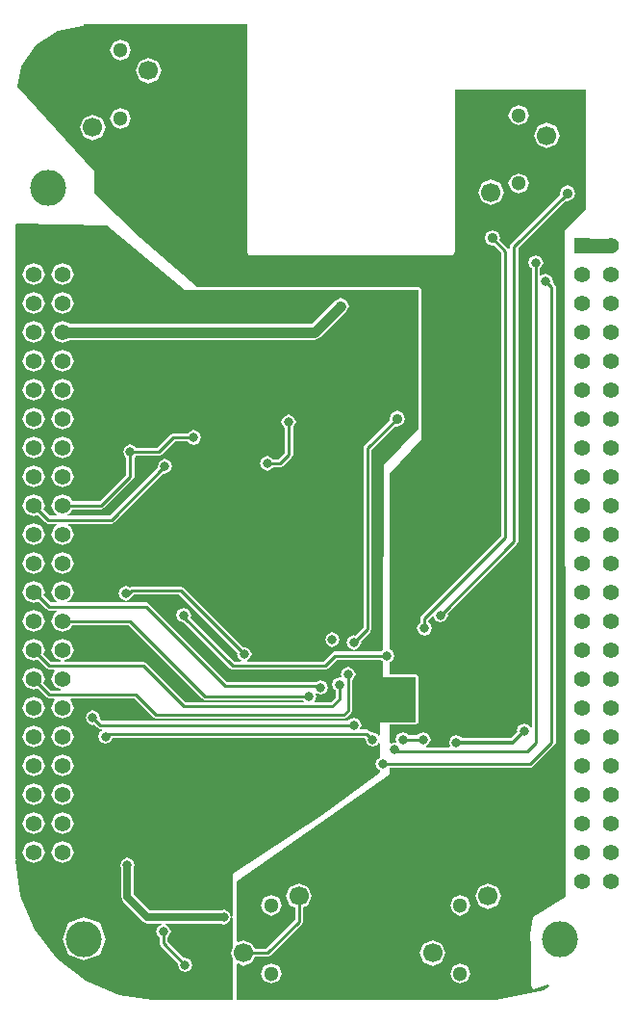
<source format=gbl>
%FSLAX43Y43*%
%MOMM*%
G71*
G01*
G75*
G04 Layer_Physical_Order=2*
G04 Layer_Color=16711680*
%ADD10C,1.000*%
%ADD11R,1.000X0.900*%
%ADD12R,0.900X1.000*%
%ADD13R,1.300X1.400*%
G04:AMPARAMS|DCode=14|XSize=1mm|YSize=1.5mm|CornerRadius=0.25mm|HoleSize=0mm|Usage=FLASHONLY|Rotation=90.000|XOffset=0mm|YOffset=0mm|HoleType=Round|Shape=RoundedRectangle|*
%AMROUNDEDRECTD14*
21,1,1.000,1.000,0,0,90.0*
21,1,0.500,1.500,0,0,90.0*
1,1,0.500,0.500,0.250*
1,1,0.500,0.500,-0.250*
1,1,0.500,-0.500,-0.250*
1,1,0.500,-0.500,0.250*
%
%ADD14ROUNDEDRECTD14*%
%ADD15R,0.800X0.800*%
G04:AMPARAMS|DCode=16|XSize=1.45mm|YSize=1.25mm|CornerRadius=0.313mm|HoleSize=0mm|Usage=FLASHONLY|Rotation=90.000|XOffset=0mm|YOffset=0mm|HoleType=Round|Shape=RoundedRectangle|*
%AMROUNDEDRECTD16*
21,1,1.450,0.625,0,0,90.0*
21,1,0.825,1.250,0,0,90.0*
1,1,0.625,0.313,0.412*
1,1,0.625,0.313,-0.412*
1,1,0.625,-0.313,-0.412*
1,1,0.625,-0.313,0.412*
%
%ADD16ROUNDEDRECTD16*%
%ADD17R,1.500X0.600*%
%ADD18R,0.813X0.914*%
%ADD19R,0.650X0.400*%
%ADD20R,0.800X0.800*%
%ADD21R,1.400X1.300*%
%ADD22R,3.300X2.400*%
%ADD23R,0.950X2.400*%
%ADD24O,0.800X0.250*%
%ADD25O,0.250X0.800*%
%ADD26R,3.450X3.450*%
%ADD27R,1.700X1.250*%
%ADD28R,2.000X1.800*%
%ADD29C,0.254*%
%ADD30C,0.500*%
%ADD31C,0.889*%
%ADD32C,1.270*%
%ADD33C,0.635*%
%ADD34C,0.300*%
%ADD35C,0.381*%
%ADD36R,1.700X1.700*%
%ADD37C,1.700*%
%ADD38C,1.300*%
%ADD39C,1.420*%
%ADD40R,1.420X1.420*%
%ADD41C,3.175*%
%ADD42C,0.800*%
%ADD43C,0.900*%
G36*
X63627Y128778D02*
X70485Y123063D01*
X91016D01*
X91059Y123045D01*
Y110871D01*
X88011Y107696D01*
X87900Y91430D01*
X87806Y91391D01*
X87762Y91286D01*
X83693D01*
X83443Y91182D01*
X82657Y90397D01*
X75987D01*
X75962Y90521D01*
X76151Y90600D01*
X76341Y91059D01*
X76151Y91518D01*
X75692Y91708D01*
X75587Y91665D01*
X70354Y96897D01*
X70104Y97001D01*
X65792D01*
X65585Y96915D01*
X65278Y97042D01*
X64819Y96852D01*
X64629Y96393D01*
X64819Y95934D01*
X65278Y95744D01*
X65737Y95934D01*
X65849Y96203D01*
X65939Y96293D01*
X69957D01*
X75086Y91164D01*
X75043Y91059D01*
X75233Y90600D01*
X75422Y90521D01*
X75397Y90397D01*
X74823D01*
X70927Y94293D01*
X71007Y94488D01*
X70817Y94947D01*
X70358Y95137D01*
X69899Y94947D01*
X69709Y94488D01*
X69899Y94029D01*
X70358Y93839D01*
X70373Y93845D01*
X74426Y89793D01*
X74676Y89689D01*
X82804D01*
X83054Y89793D01*
X83054Y89793D01*
X83054Y89793D01*
X83840Y90578D01*
X87762D01*
X87806Y90473D01*
X87894Y90436D01*
X87884Y89027D01*
X90762D01*
X90792Y89014D01*
X90805Y88984D01*
Y85133D01*
X90792Y85103D01*
X90762Y85090D01*
X87630D01*
Y83926D01*
X87505Y83902D01*
X87454Y84025D01*
X86995Y84215D01*
X86890Y84172D01*
X86737Y84324D01*
X86487Y84428D01*
X85939D01*
X85868Y84534D01*
X85993Y84836D01*
X85803Y85295D01*
X85344Y85485D01*
X84885Y85295D01*
X84841Y85190D01*
X63139D01*
X62963Y85366D01*
X63006Y85471D01*
X62816Y85930D01*
X62357Y86120D01*
X61898Y85930D01*
X61708Y85471D01*
X61898Y85012D01*
X62357Y84822D01*
X62462Y84865D01*
X62742Y84586D01*
X62992Y84482D01*
X63205D01*
X63230Y84357D01*
X63041Y84279D01*
X62851Y83820D01*
X63041Y83361D01*
X63500Y83171D01*
X63959Y83361D01*
X64108Y83720D01*
X86295D01*
X86366Y83614D01*
X86346Y83566D01*
X86536Y83107D01*
X86995Y82917D01*
X87454Y83107D01*
X87505Y83230D01*
X87630Y83206D01*
Y81951D01*
X87425Y81866D01*
X87235Y81407D01*
X87425Y80948D01*
X87630Y80863D01*
Y80645D01*
X82550Y76962D01*
X74676Y71755D01*
Y67999D01*
X74551Y67974D01*
D01*
X74551Y67974D01*
X74373Y68404D01*
X73914Y68594D01*
X73698Y68505D01*
X67415D01*
X65965Y69955D01*
Y72301D01*
X66054Y72517D01*
X65864Y72976D01*
X65405Y73166D01*
X64946Y72976D01*
X64756Y72517D01*
X64845Y72301D01*
Y69723D01*
X65009Y69327D01*
X66787Y67549D01*
X67183Y67385D01*
X68400D01*
X68425Y67260D01*
X68121Y67134D01*
X67931Y66675D01*
X68121Y66216D01*
X68226Y66172D01*
Y65659D01*
X68330Y65409D01*
X69879Y63859D01*
X69836Y63754D01*
X70026Y63295D01*
X70485Y63105D01*
X70944Y63295D01*
X71134Y63754D01*
X70944Y64213D01*
X70485Y64403D01*
X70380Y64360D01*
X68934Y65806D01*
Y66172D01*
X69039Y66216D01*
X69229Y66675D01*
X69039Y67134D01*
X68735Y67260D01*
X68760Y67385D01*
X73698D01*
X73914Y67296D01*
X74373Y67486D01*
X74551Y67916D01*
X74676Y67891D01*
Y65262D01*
X74481Y64792D01*
X74676Y64322D01*
Y60706D01*
X67606D01*
X64700Y61089D01*
X61736Y62316D01*
X59190Y64270D01*
X57236Y66816D01*
X56009Y69780D01*
X55590Y72962D01*
X55598Y73023D01*
X55527Y73023D01*
X55526Y73025D01*
Y128814D01*
X55617Y128903D01*
X63627Y128778D01*
D02*
G37*
G36*
X75919Y126492D02*
X76038Y126203D01*
X76073Y126189D01*
Y126095D01*
X76300D01*
X76327Y126084D01*
X93853D01*
X93880Y126095D01*
X94107D01*
Y126189D01*
X94142Y126203D01*
X94261Y126492D01*
Y140689D01*
X105791D01*
Y130175D01*
X103886Y128270D01*
X104013Y69723D01*
X101092Y67945D01*
X100838Y66421D01*
X100965Y65278D01*
Y61976D01*
X101092Y61595D01*
X102477Y62002D01*
X102531Y61887D01*
X101992Y61527D01*
X97791Y60691D01*
X75057Y60706D01*
Y63774D01*
X75163Y63844D01*
X75618Y63655D01*
X76422Y63988D01*
X76608Y64438D01*
X77746D01*
X77996Y64542D01*
X80768Y67314D01*
X80872Y67564D01*
Y68802D01*
X81322Y68988D01*
X81655Y69792D01*
X81322Y70596D01*
X80518Y70929D01*
X79714Y70596D01*
X79381Y69792D01*
X79714Y68988D01*
X80164Y68802D01*
Y67711D01*
X77599Y65146D01*
X76608D01*
X76422Y65596D01*
X75618Y65929D01*
X75163Y65740D01*
X75057Y65810D01*
Y71120D01*
X88519Y80518D01*
Y81053D01*
X100838D01*
X101088Y81157D01*
X102993Y83062D01*
X103097Y83312D01*
Y123317D01*
X102993Y123567D01*
X102841Y123720D01*
X102884Y123825D01*
X102694Y124284D01*
X102235Y124474D01*
X101806Y124297D01*
X101700Y124367D01*
Y124973D01*
X101805Y125017D01*
X101995Y125476D01*
X101805Y125935D01*
X101346Y126125D01*
X100887Y125935D01*
X100697Y125476D01*
X100887Y125017D01*
X100992Y124973D01*
Y84623D01*
X100868Y84598D01*
X100789Y84787D01*
X100330Y84977D01*
X99871Y84787D01*
X99681Y84328D01*
X99714Y84248D01*
X99157Y83691D01*
X94854D01*
X94820Y83771D01*
X94361Y83961D01*
X93902Y83771D01*
X93712Y83312D01*
X93845Y82991D01*
X93774Y82885D01*
X91689D01*
X91664Y83009D01*
X91899Y83107D01*
X92089Y83566D01*
X91899Y84025D01*
X91440Y84215D01*
X90981Y84025D01*
X90937Y83920D01*
X90165D01*
X90121Y84025D01*
X89662Y84215D01*
X89203Y84025D01*
X89013Y83566D01*
X89092Y83374D01*
X89002Y83284D01*
X88900Y83326D01*
X88625Y83212D01*
X88519Y83283D01*
Y84874D01*
X90805D01*
X90958Y84937D01*
X91021Y85090D01*
Y89027D01*
X90958Y89180D01*
X90805Y89243D01*
X88519D01*
Y90388D01*
X88724Y90473D01*
X88914Y90932D01*
X88724Y91391D01*
X88519Y91476D01*
Y106934D01*
X91313Y109982D01*
Y123190D01*
X91223D01*
X91212Y123216D01*
X91059Y123279D01*
X71526D01*
X66548Y127635D01*
X62484Y131572D01*
Y133477D01*
X55731Y140939D01*
X56080Y142694D01*
X57344Y144586D01*
X59236Y145850D01*
X61468Y146294D01*
X61584Y146271D01*
X61587Y146399D01*
X61595Y146404D01*
X75919D01*
Y126492D01*
D02*
G37*
%LPC*%
G36*
X59690Y84805D02*
X58994Y84516D01*
X58705Y83820D01*
X58994Y83124D01*
X59690Y82835D01*
X60386Y83124D01*
X60675Y83820D01*
X60386Y84516D01*
X59690Y84805D01*
D02*
G37*
G36*
X57150Y87345D02*
X56454Y87056D01*
X56165Y86360D01*
X56454Y85664D01*
X57150Y85375D01*
X57846Y85664D01*
X58135Y86360D01*
X57846Y87056D01*
X57150Y87345D01*
D02*
G37*
G36*
Y82265D02*
X56454Y81976D01*
X56165Y81280D01*
X56454Y80584D01*
X57150Y80295D01*
X57846Y80584D01*
X58135Y81280D01*
X57846Y81976D01*
X57150Y82265D01*
D02*
G37*
G36*
X59690D02*
X58994Y81976D01*
X58705Y81280D01*
X58994Y80584D01*
X59690Y80295D01*
X60386Y80584D01*
X60675Y81280D01*
X60386Y81976D01*
X59690Y82265D01*
D02*
G37*
G36*
X57150Y84805D02*
X56454Y84516D01*
X56165Y83820D01*
X56454Y83124D01*
X57150Y82835D01*
X57846Y83124D01*
X58135Y83820D01*
X57846Y84516D01*
X57150Y84805D01*
D02*
G37*
G36*
X83439Y92978D02*
X82980Y92788D01*
X82790Y92329D01*
X82980Y91870D01*
X83439Y91680D01*
X83898Y91870D01*
X84088Y92329D01*
X83898Y92788D01*
X83439Y92978D01*
D02*
G37*
G36*
X59690Y100045D02*
X58994Y99756D01*
X58705Y99060D01*
X58994Y98364D01*
X59690Y98075D01*
X60386Y98364D01*
X60675Y99060D01*
X60386Y99756D01*
X59690Y100045D01*
D02*
G37*
G36*
X57150Y102585D02*
X56454Y102296D01*
X56165Y101600D01*
X56454Y100904D01*
X57150Y100615D01*
X57846Y100904D01*
X58135Y101600D01*
X57846Y102296D01*
X57150Y102585D01*
D02*
G37*
G36*
Y107665D02*
X56454Y107376D01*
X56165Y106680D01*
X56454Y105984D01*
X57150Y105695D01*
X57846Y105984D01*
X58135Y106680D01*
X57846Y107376D01*
X57150Y107665D01*
D02*
G37*
G36*
Y94965D02*
X56454Y94676D01*
X56165Y93980D01*
X56454Y93284D01*
X57150Y92995D01*
X57846Y93284D01*
X58135Y93980D01*
X57846Y94676D01*
X57150Y94965D01*
D02*
G37*
G36*
X59690Y97505D02*
X58994Y97216D01*
X58705Y96520D01*
X58994Y95824D01*
X59223Y95729D01*
X59198Y95604D01*
X58694D01*
X58030Y96267D01*
X58135Y96520D01*
X57846Y97216D01*
X57150Y97505D01*
X56454Y97216D01*
X56165Y96520D01*
X56454Y95824D01*
X57150Y95535D01*
X57582Y95714D01*
X58297Y95000D01*
X58547Y94896D01*
X59198D01*
X59223Y94771D01*
X58994Y94676D01*
X58705Y93980D01*
X58994Y93284D01*
X59690Y92995D01*
X60386Y93284D01*
X60528Y93626D01*
X65512D01*
X72013Y87126D01*
X72263Y87022D01*
X80851D01*
X80911Y86910D01*
X80865Y86841D01*
X70505D01*
X67052Y90293D01*
X66802Y90397D01*
X59875D01*
X59850Y90521D01*
X60386Y90744D01*
X60675Y91440D01*
X60386Y92136D01*
X59690Y92425D01*
X58994Y92136D01*
X58705Y91440D01*
X58994Y90744D01*
X59530Y90521D01*
X59505Y90397D01*
X58694D01*
X57993Y91097D01*
X58135Y91440D01*
X57846Y92136D01*
X57150Y92425D01*
X56454Y92136D01*
X56165Y91440D01*
X56454Y90744D01*
X57150Y90455D01*
X57493Y90597D01*
X58297Y89793D01*
X58370Y89762D01*
X58547Y89689D01*
X58918D01*
X58988Y89583D01*
X58705Y88900D01*
X58994Y88204D01*
X59530Y87981D01*
X59505Y87857D01*
X58694D01*
X57993Y88557D01*
X58135Y88900D01*
X57846Y89596D01*
X57150Y89885D01*
X56454Y89596D01*
X56165Y88900D01*
X56454Y88204D01*
X57150Y87915D01*
X57493Y88057D01*
X58297Y87253D01*
X58370Y87222D01*
X58547Y87149D01*
X58918D01*
X58988Y87043D01*
X58705Y86360D01*
X58994Y85664D01*
X59690Y85375D01*
X60386Y85664D01*
X60675Y86360D01*
X60392Y87043D01*
X60462Y87149D01*
X66020D01*
X67695Y85475D01*
X67768Y85444D01*
X67945Y85371D01*
X84455D01*
X84705Y85475D01*
X84705Y85475D01*
X84705Y85475D01*
X85086Y85856D01*
X85190Y86106D01*
X85190Y86106D01*
X85190Y86106D01*
Y88778D01*
X85295Y88822D01*
X85485Y89281D01*
X85295Y89740D01*
X84836Y89930D01*
X84377Y89740D01*
X84187Y89281D01*
X84266Y89089D01*
X84176Y88999D01*
X84074Y89041D01*
X83615Y88851D01*
X83425Y88392D01*
X83615Y87933D01*
X83720Y87889D01*
Y87269D01*
X83292Y86841D01*
X81949D01*
X81879Y86947D01*
X82056Y87376D01*
X81988Y87542D01*
X82078Y87632D01*
X82423Y87489D01*
X82882Y87679D01*
X83072Y88138D01*
X82882Y88597D01*
X82423Y88787D01*
X82016Y88619D01*
X74188D01*
X67306Y95500D01*
X67056Y95604D01*
X60182D01*
X60157Y95729D01*
X60386Y95824D01*
X60675Y96520D01*
X60386Y97216D01*
X59690Y97505D01*
D02*
G37*
G36*
X57150Y100045D02*
X56454Y99756D01*
X56165Y99060D01*
X56454Y98364D01*
X57150Y98075D01*
X57846Y98364D01*
X58135Y99060D01*
X57846Y99756D01*
X57150Y100045D01*
D02*
G37*
G36*
X61595Y67975D02*
X60227Y67408D01*
X59660Y66040D01*
X60227Y64672D01*
X61595Y64105D01*
X62963Y64672D01*
X63530Y66040D01*
X62963Y67408D01*
X61595Y67975D01*
D02*
G37*
G36*
X78068Y69912D02*
X77417Y69643D01*
X77148Y68992D01*
X77417Y68341D01*
X78068Y68072D01*
X78719Y68341D01*
X78988Y68992D01*
X78719Y69643D01*
X78068Y69912D01*
D02*
G37*
G36*
X94705D02*
X94054Y69643D01*
X93785Y68992D01*
X94054Y68341D01*
X94705Y68072D01*
X95356Y68341D01*
X95625Y68992D01*
X95356Y69643D01*
X94705Y69912D01*
D02*
G37*
G36*
X78068Y63912D02*
X77417Y63643D01*
X77148Y62992D01*
X77417Y62341D01*
X78068Y62072D01*
X78719Y62341D01*
X78988Y62992D01*
X78719Y63643D01*
X78068Y63912D01*
D02*
G37*
G36*
X94705D02*
X94054Y63643D01*
X93785Y62992D01*
X94054Y62341D01*
X94705Y62072D01*
X95356Y62341D01*
X95625Y62992D01*
X95356Y63643D01*
X94705Y63912D01*
D02*
G37*
G36*
X92255Y65929D02*
X91451Y65596D01*
X91118Y64792D01*
X91451Y63988D01*
X92255Y63655D01*
X93059Y63988D01*
X93392Y64792D01*
X93059Y65596D01*
X92255Y65929D01*
D02*
G37*
G36*
X97155Y70929D02*
X96351Y70596D01*
X96018Y69792D01*
X96351Y68988D01*
X97155Y68655D01*
X97959Y68988D01*
X98291Y69792D01*
X97959Y70596D01*
X97155Y70929D01*
D02*
G37*
G36*
X59690Y77185D02*
X58994Y76896D01*
X58705Y76200D01*
X58994Y75504D01*
X59690Y75215D01*
X60386Y75504D01*
X60675Y76200D01*
X60386Y76896D01*
X59690Y77185D01*
D02*
G37*
G36*
X57150Y79725D02*
X56454Y79436D01*
X56165Y78740D01*
X56454Y78044D01*
X57150Y77755D01*
X57846Y78044D01*
X58135Y78740D01*
X57846Y79436D01*
X57150Y79725D01*
D02*
G37*
G36*
X59690D02*
X58994Y79436D01*
X58705Y78740D01*
X58994Y78044D01*
X59690Y77755D01*
X60386Y78044D01*
X60675Y78740D01*
X60386Y79436D01*
X59690Y79725D01*
D02*
G37*
G36*
X57150Y74645D02*
X56454Y74356D01*
X56165Y73660D01*
X56454Y72964D01*
X57150Y72675D01*
X57846Y72964D01*
X58135Y73660D01*
X57846Y74356D01*
X57150Y74645D01*
D02*
G37*
G36*
X59690D02*
X58994Y74356D01*
X58705Y73660D01*
X58994Y72964D01*
X59690Y72675D01*
X60386Y72964D01*
X60675Y73660D01*
X60386Y74356D01*
X59690Y74645D01*
D02*
G37*
G36*
X57150Y77185D02*
X56454Y76896D01*
X56165Y76200D01*
X56454Y75504D01*
X57150Y75215D01*
X57846Y75504D01*
X58135Y76200D01*
X57846Y76896D01*
X57150Y77185D01*
D02*
G37*
G36*
X59690Y107665D02*
X58994Y107376D01*
X58705Y106680D01*
X58994Y105984D01*
X59690Y105695D01*
X60386Y105984D01*
X60675Y106680D01*
X60386Y107376D01*
X59690Y107665D01*
D02*
G37*
G36*
Y125445D02*
X58994Y125156D01*
X58705Y124460D01*
X58994Y123764D01*
X59690Y123475D01*
X60386Y123764D01*
X60675Y124460D01*
X60386Y125156D01*
X59690Y125445D01*
D02*
G37*
G36*
X97409Y132767D02*
X96605Y132434D01*
X96272Y131630D01*
X96605Y130826D01*
X97409Y130493D01*
X98213Y130826D01*
X98546Y131630D01*
X98213Y132434D01*
X97409Y132767D01*
D02*
G37*
G36*
X104140Y132276D02*
X103643Y132069D01*
X103436Y131572D01*
X103496Y131428D01*
X99191Y127123D01*
X99087Y126873D01*
Y126687D01*
X98963Y126662D01*
X98929Y126742D01*
X98180Y127491D01*
X98240Y127635D01*
X98033Y128132D01*
X97536Y128339D01*
X97039Y128132D01*
X96832Y127635D01*
X97039Y127138D01*
X97536Y126931D01*
X97680Y126991D01*
X98325Y126345D01*
Y101454D01*
X91297Y94426D01*
X91193Y94175D01*
Y93828D01*
X91088Y93784D01*
X90898Y93325D01*
X91088Y92866D01*
X91547Y92676D01*
X92006Y92866D01*
X92196Y93325D01*
X92006Y93784D01*
X91901Y93828D01*
Y94029D01*
X92247Y94375D01*
X92372Y94350D01*
X92505Y94029D01*
X92964Y93839D01*
X93423Y94029D01*
X93613Y94488D01*
X93570Y94593D01*
X99691Y100715D01*
X99795Y100965D01*
Y126726D01*
X103996Y130928D01*
X104140Y130868D01*
X104637Y131075D01*
X104844Y131572D01*
X104637Y132069D01*
X104140Y132276D01*
D02*
G37*
G36*
X57150Y122905D02*
X56454Y122616D01*
X56165Y121920D01*
X56454Y121224D01*
X57150Y120935D01*
X57846Y121224D01*
X58135Y121920D01*
X57846Y122616D01*
X57150Y122905D01*
D02*
G37*
G36*
X59690D02*
X58994Y122616D01*
X58705Y121920D01*
X58994Y121224D01*
X59690Y120935D01*
X60386Y121224D01*
X60675Y121920D01*
X60386Y122616D01*
X59690Y122905D01*
D02*
G37*
G36*
X57150Y125445D02*
X56454Y125156D01*
X56165Y124460D01*
X56454Y123764D01*
X57150Y123475D01*
X57846Y123764D01*
X58135Y124460D01*
X57846Y125156D01*
X57150Y125445D01*
D02*
G37*
G36*
X99859Y133350D02*
X99208Y133081D01*
X98939Y132430D01*
X99208Y131779D01*
X99859Y131510D01*
X100510Y131779D01*
X100779Y132430D01*
X100510Y133081D01*
X99859Y133350D01*
D02*
G37*
G36*
Y139350D02*
X99208Y139081D01*
X98939Y138430D01*
X99208Y137779D01*
X99859Y137510D01*
X100510Y137779D01*
X100779Y138430D01*
X100510Y139081D01*
X99859Y139350D01*
D02*
G37*
G36*
X67257Y143482D02*
X66453Y143149D01*
X66120Y142345D01*
X66453Y141541D01*
X67257Y141208D01*
X68061Y141541D01*
X68394Y142345D01*
X68061Y143149D01*
X67257Y143482D01*
D02*
G37*
G36*
X64807Y145065D02*
X64156Y144796D01*
X63887Y144145D01*
X64156Y143494D01*
X64807Y143225D01*
X65458Y143494D01*
X65727Y144145D01*
X65458Y144796D01*
X64807Y145065D01*
D02*
G37*
G36*
X102309Y137767D02*
X101505Y137434D01*
X101172Y136630D01*
X101505Y135826D01*
X102309Y135493D01*
X103113Y135826D01*
X103446Y136630D01*
X103113Y137434D01*
X102309Y137767D01*
D02*
G37*
G36*
X62357Y138482D02*
X61553Y138149D01*
X61221Y137345D01*
X61553Y136541D01*
X62357Y136208D01*
X63161Y136541D01*
X63494Y137345D01*
X63161Y138149D01*
X62357Y138482D01*
D02*
G37*
G36*
X64807Y139065D02*
X64156Y138796D01*
X63887Y138145D01*
X64156Y137494D01*
X64807Y137225D01*
X65458Y137494D01*
X65727Y138145D01*
X65458Y138796D01*
X64807Y139065D01*
D02*
G37*
G36*
X71237Y110748D02*
X70778Y110558D01*
X70734Y110453D01*
X69459D01*
X69209Y110349D01*
X68052Y109193D01*
X66162D01*
X66118Y109298D01*
X65659Y109488D01*
X65200Y109298D01*
X65010Y108839D01*
X65200Y108380D01*
X65305Y108336D01*
Y106827D01*
X62972Y104494D01*
X60528D01*
X60386Y104836D01*
X59690Y105125D01*
X58994Y104836D01*
X58705Y104140D01*
X58994Y103444D01*
X59223Y103349D01*
X59198Y103224D01*
X58567D01*
X57993Y103797D01*
X58135Y104140D01*
X57846Y104836D01*
X57150Y105125D01*
X56454Y104836D01*
X56165Y104140D01*
X56454Y103444D01*
X57150Y103155D01*
X57493Y103297D01*
X58170Y102620D01*
X58420Y102516D01*
X59198D01*
X59223Y102392D01*
X58994Y102296D01*
X58705Y101600D01*
X58994Y100904D01*
X59690Y100615D01*
X60386Y100904D01*
X60675Y101600D01*
X60386Y102296D01*
X60157Y102392D01*
X60182Y102516D01*
X64008D01*
X64258Y102620D01*
X64258Y102620D01*
X64258Y102620D01*
X68602Y106963D01*
X68707Y106920D01*
X69166Y107110D01*
X69356Y107569D01*
X69166Y108028D01*
X68707Y108218D01*
X68248Y108028D01*
X68058Y107569D01*
X68101Y107464D01*
X63861Y103224D01*
X60182D01*
X60157Y103349D01*
X60386Y103444D01*
X60528Y103786D01*
X63119D01*
X63369Y103890D01*
X65909Y106430D01*
X66013Y106680D01*
X66013Y106680D01*
X66013Y106680D01*
Y106680D01*
Y108336D01*
X66118Y108380D01*
X66162Y108485D01*
X68199D01*
X68449Y108589D01*
X69606Y109745D01*
X70734D01*
X70778Y109640D01*
X71237Y109450D01*
X71696Y109640D01*
X71886Y110099D01*
X71696Y110558D01*
X71237Y110748D01*
D02*
G37*
G36*
X57150Y112745D02*
X56454Y112456D01*
X56165Y111760D01*
X56454Y111064D01*
X57150Y110775D01*
X57846Y111064D01*
X58135Y111760D01*
X57846Y112456D01*
X57150Y112745D01*
D02*
G37*
G36*
X59690D02*
X58994Y112456D01*
X58705Y111760D01*
X58994Y111064D01*
X59690Y110775D01*
X60386Y111064D01*
X60675Y111760D01*
X60386Y112456D01*
X59690Y112745D01*
D02*
G37*
G36*
X57150Y110205D02*
X56454Y109916D01*
X56165Y109220D01*
X56454Y108524D01*
X57150Y108235D01*
X57846Y108524D01*
X58135Y109220D01*
X57846Y109916D01*
X57150Y110205D01*
D02*
G37*
G36*
X59690D02*
X58994Y109916D01*
X58705Y109220D01*
X58994Y108524D01*
X59690Y108235D01*
X60386Y108524D01*
X60675Y109220D01*
X60386Y109916D01*
X59690Y110205D01*
D02*
G37*
G36*
X79591Y112117D02*
X79132Y111927D01*
X78942Y111468D01*
X79132Y111009D01*
X79275Y110949D01*
Y108732D01*
X78720Y108177D01*
X78227D01*
X78183Y108282D01*
X77724Y108472D01*
X77265Y108282D01*
X77075Y107823D01*
X77265Y107364D01*
X77724Y107174D01*
X78183Y107364D01*
X78227Y107469D01*
X78867D01*
X79117Y107573D01*
X79879Y108335D01*
X79983Y108585D01*
X79983Y108585D01*
X79983Y108585D01*
Y110981D01*
X80050Y111009D01*
X80240Y111468D01*
X80050Y111927D01*
X79591Y112117D01*
D02*
G37*
G36*
X89154Y112464D02*
X88657Y112257D01*
X88450Y111760D01*
X88510Y111616D01*
X86300Y109407D01*
X86197Y109157D01*
Y93428D01*
X85449Y92681D01*
X85344Y92724D01*
X84885Y92534D01*
X84695Y92075D01*
X84885Y91616D01*
X85344Y91426D01*
X85803Y91616D01*
X85993Y92075D01*
X85950Y92180D01*
X86801Y93031D01*
X86831Y93105D01*
X86904Y93282D01*
Y109010D01*
X89010Y111116D01*
X89154Y111056D01*
X89651Y111263D01*
X89858Y111760D01*
X89651Y112257D01*
X89154Y112464D01*
D02*
G37*
G36*
X59690Y117825D02*
X58994Y117536D01*
X58705Y116840D01*
X58994Y116144D01*
X59690Y115855D01*
X60386Y116144D01*
X60675Y116840D01*
X60386Y117536D01*
X59690Y117825D01*
D02*
G37*
G36*
X57150Y120365D02*
X56454Y120076D01*
X56165Y119380D01*
X56454Y118684D01*
X57150Y118395D01*
X57846Y118684D01*
X58135Y119380D01*
X57846Y120076D01*
X57150Y120365D01*
D02*
G37*
G36*
X84201Y122370D02*
X83704Y122163D01*
X83698Y122149D01*
X81626Y120078D01*
X60384D01*
X59690Y120365D01*
X58994Y120076D01*
X58705Y119380D01*
X58994Y118684D01*
X59690Y118395D01*
X60384Y118682D01*
X81915D01*
X82408Y118887D01*
X84684Y121163D01*
X84698Y121169D01*
X84905Y121666D01*
X84698Y122163D01*
X84201Y122370D01*
D02*
G37*
G36*
X57150Y115285D02*
X56454Y114996D01*
X56165Y114300D01*
X56454Y113604D01*
X57150Y113315D01*
X57846Y113604D01*
X58135Y114300D01*
X57846Y114996D01*
X57150Y115285D01*
D02*
G37*
G36*
X59690D02*
X58994Y114996D01*
X58705Y114300D01*
X58994Y113604D01*
X59690Y113315D01*
X60386Y113604D01*
X60675Y114300D01*
X60386Y114996D01*
X59690Y115285D01*
D02*
G37*
G36*
X57150Y117825D02*
X56454Y117536D01*
X56165Y116840D01*
X56454Y116144D01*
X57150Y115855D01*
X57846Y116144D01*
X58135Y116840D01*
X57846Y117536D01*
X57150Y117825D01*
D02*
G37*
%LPD*%
D29*
X65538Y96393D02*
X65792Y96647D01*
X65278Y96393D02*
X65538D01*
X70104Y96647D02*
X75692Y91059D01*
X65792Y96647D02*
X70104D01*
X63500Y83820D02*
X63754Y84074D01*
X86487D02*
X86995Y83566D01*
X63754Y84074D02*
X86487D01*
X68580Y65659D02*
X70485Y63754D01*
X68580Y65659D02*
Y66675D01*
X86550Y109157D02*
X89154Y111760D01*
X86550Y93282D02*
Y109157D01*
X85344Y92075D02*
X86550Y93282D01*
X102235Y123825D02*
X102743Y123317D01*
Y83312D02*
Y123317D01*
X101346Y83312D02*
Y125476D01*
X99441Y100965D02*
Y126873D01*
X104140Y131572D01*
X100565Y82531D02*
X101346Y83312D01*
X92964Y94488D02*
X99441Y100965D01*
X97536Y127635D02*
X98679Y126492D01*
Y101308D02*
Y126492D01*
X91547Y94175D02*
X98679Y101308D01*
X91547Y93325D02*
Y94175D01*
X100838Y81407D02*
X102743Y83312D01*
X87884Y81407D02*
X100838D01*
X89046Y82531D02*
X100565D01*
X88900Y82677D02*
X89046Y82531D01*
X84455Y85725D02*
X84836Y86106D01*
X67945Y85725D02*
X84455D01*
X66167Y87503D02*
X67945Y85725D01*
X83439Y86487D02*
X84074Y87122D01*
X70358Y86487D02*
X83439D01*
X66802Y90043D02*
X70358Y86487D01*
X72263Y87376D02*
X81407D01*
X65659Y93980D02*
X72263Y87376D01*
X62992Y84836D02*
X85344D01*
X62357Y85471D02*
X62992Y84836D01*
X83693Y90932D02*
X88265D01*
X82804Y90043D02*
X83693Y90932D01*
X74676Y90043D02*
X82804D01*
X70231Y94488D02*
X74676Y90043D01*
X58547D02*
X66802D01*
X59690Y93980D02*
X65659D01*
X74041Y88265D02*
X82423D01*
X67056Y95250D02*
X74041Y88265D01*
X58547Y95250D02*
X67056D01*
X65659Y106680D02*
Y108839D01*
X63119Y104140D02*
X65659Y106680D01*
X59690Y104140D02*
X63119D01*
X64008Y102870D02*
X68707Y107569D01*
X58420Y102870D02*
X64008D01*
X57150Y104140D02*
X58420Y102870D01*
X84074Y87122D02*
Y88392D01*
X84836Y86106D02*
Y89281D01*
X58547Y87503D02*
X66167D01*
X57150Y88900D02*
X58547Y87503D01*
X57150Y91440D02*
X58547Y90043D01*
X57277Y96520D02*
X58547Y95250D01*
X57150Y96520D02*
X57277D01*
X79629Y108585D02*
Y111506D01*
X78867Y107823D02*
X79629Y108585D01*
X77724Y107823D02*
X78867D01*
X80518Y67564D02*
Y69792D01*
X77746Y64792D02*
X80518Y67564D01*
X75618Y64792D02*
X77746D01*
X69459Y110099D02*
X71237D01*
X68199Y108839D02*
X69459Y110099D01*
X65659Y108839D02*
X68199D01*
X89662Y83566D02*
X91440D01*
D31*
X59690Y119380D02*
X81915D01*
X84201Y121666D01*
D32*
X105410Y127000D02*
X107950D01*
D33*
X67183Y67945D02*
X73914D01*
X65405Y69723D02*
X67183Y67945D01*
X65405Y69723D02*
Y72517D01*
D34*
X99314Y83312D02*
X100330Y84328D01*
X94361Y83312D02*
X99314D01*
D36*
X80518Y62992D02*
D03*
X62357Y144145D02*
D03*
X97155Y62992D02*
D03*
X97409Y138430D02*
D03*
D37*
X75618Y64792D02*
D03*
X80518Y69792D02*
D03*
X67257Y142345D02*
D03*
X62357Y137345D02*
D03*
X92255Y64792D02*
D03*
X97155Y69792D02*
D03*
X102309Y136630D02*
D03*
X97409Y131630D02*
D03*
D38*
X78068Y68992D02*
D03*
Y62992D02*
D03*
X64807Y138145D02*
D03*
Y144145D02*
D03*
X94705Y68992D02*
D03*
Y62992D02*
D03*
X99859Y132430D02*
D03*
Y138430D02*
D03*
D39*
X59690Y71120D02*
D03*
Y73660D02*
D03*
Y76200D02*
D03*
Y78740D02*
D03*
Y81280D02*
D03*
Y83820D02*
D03*
Y86360D02*
D03*
Y88900D02*
D03*
Y91440D02*
D03*
Y93980D02*
D03*
Y96520D02*
D03*
Y99060D02*
D03*
Y101600D02*
D03*
Y104140D02*
D03*
Y106680D02*
D03*
Y109220D02*
D03*
Y111760D02*
D03*
Y114300D02*
D03*
Y116840D02*
D03*
Y119380D02*
D03*
Y121920D02*
D03*
Y124460D02*
D03*
Y127000D02*
D03*
X57150Y71120D02*
D03*
Y73660D02*
D03*
Y76200D02*
D03*
Y78740D02*
D03*
Y81280D02*
D03*
Y83820D02*
D03*
Y86360D02*
D03*
Y88900D02*
D03*
Y91440D02*
D03*
Y93980D02*
D03*
Y96520D02*
D03*
Y99060D02*
D03*
Y101600D02*
D03*
Y104140D02*
D03*
Y106680D02*
D03*
Y109220D02*
D03*
Y111760D02*
D03*
Y114300D02*
D03*
Y116840D02*
D03*
Y119380D02*
D03*
Y121920D02*
D03*
Y124460D02*
D03*
X107950Y71120D02*
D03*
Y73660D02*
D03*
Y76200D02*
D03*
Y78740D02*
D03*
Y81280D02*
D03*
Y83820D02*
D03*
Y86360D02*
D03*
Y88900D02*
D03*
Y91440D02*
D03*
Y93980D02*
D03*
Y96520D02*
D03*
Y99060D02*
D03*
Y101600D02*
D03*
Y104140D02*
D03*
Y106680D02*
D03*
Y109220D02*
D03*
Y111760D02*
D03*
Y114300D02*
D03*
Y116840D02*
D03*
Y119380D02*
D03*
Y121920D02*
D03*
Y124460D02*
D03*
Y127000D02*
D03*
X105410Y71120D02*
D03*
Y73660D02*
D03*
Y76200D02*
D03*
Y78740D02*
D03*
Y81280D02*
D03*
Y83820D02*
D03*
Y86360D02*
D03*
Y88900D02*
D03*
Y91440D02*
D03*
Y93980D02*
D03*
Y96520D02*
D03*
Y99060D02*
D03*
Y101600D02*
D03*
Y104140D02*
D03*
Y106680D02*
D03*
Y109220D02*
D03*
Y111760D02*
D03*
Y114300D02*
D03*
Y116840D02*
D03*
Y119380D02*
D03*
Y121920D02*
D03*
Y124460D02*
D03*
D40*
X57150Y127000D02*
D03*
X105410D02*
D03*
D41*
X103505Y66040D02*
D03*
X61595D02*
D03*
X58420Y132080D02*
D03*
D42*
X65278Y96393D02*
D03*
X75692Y91059D02*
D03*
X63500Y83820D02*
D03*
X70485Y63754D02*
D03*
X68580Y66675D02*
D03*
X81407Y83312D02*
D03*
X102235Y123825D02*
D03*
X101346Y125476D02*
D03*
X92964Y94488D02*
D03*
X96647Y88900D02*
D03*
X96520Y84582D02*
D03*
X66294Y74168D02*
D03*
X100330Y84328D02*
D03*
X94361Y83312D02*
D03*
X73914Y67945D02*
D03*
X81407Y87376D02*
D03*
X88265Y90932D02*
D03*
X85344Y92075D02*
D03*
X82296Y108585D02*
D03*
X83439Y92329D02*
D03*
X87884Y81407D02*
D03*
X88900Y82677D02*
D03*
X91547Y93325D02*
D03*
X85344Y93345D02*
D03*
X62357Y85471D02*
D03*
X86995Y83566D02*
D03*
X85344Y84836D02*
D03*
X72644Y102235D02*
D03*
X70358Y94488D02*
D03*
X68707Y107569D02*
D03*
X84074Y88392D02*
D03*
X82423Y88138D02*
D03*
X79591Y111468D02*
D03*
X77724Y107823D02*
D03*
X84836Y89281D02*
D03*
X65659Y108839D02*
D03*
X71237Y110099D02*
D03*
X92960Y87372D02*
D03*
X92710Y84836D02*
D03*
X91440Y83566D02*
D03*
X89662D02*
D03*
X90297Y122009D02*
D03*
X82804Y117883D02*
D03*
X90805Y90805D02*
D03*
X65405Y72517D02*
D03*
X74041Y74168D02*
D03*
X71435Y72070D02*
D03*
X68453Y69850D02*
D03*
X84609Y111633D02*
D03*
X80792Y100419D02*
D03*
X99314Y67056D02*
D03*
X89065Y78105D02*
D03*
X82296Y103251D02*
D03*
X77851Y109093D02*
D03*
X76073Y92329D02*
D03*
X87954Y88322D02*
D03*
X89154D02*
D03*
X90354D02*
D03*
X87954Y87122D02*
D03*
X89154D02*
D03*
X90354D02*
D03*
X87954Y85922D02*
D03*
X89154D02*
D03*
X90354D02*
D03*
D43*
X89154Y111760D02*
D03*
X85090Y95885D02*
D03*
X89662D02*
D03*
X84201Y121666D02*
D03*
X97536Y127635D02*
D03*
X104140Y131572D02*
D03*
M02*

</source>
